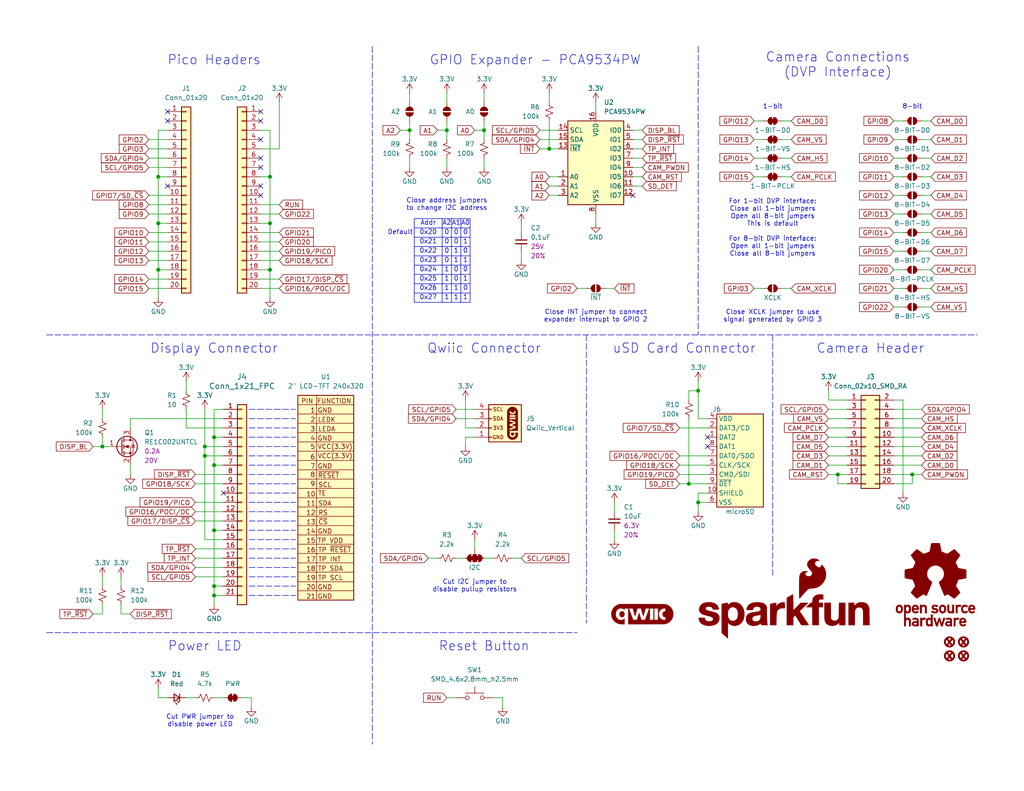
<source format=kicad_sch>
(kicad_sch (version 20231120) (generator "eeschema") (generator_version "8.0")
  (paper "USLetter")
  (title_block (title "SparkFun Pico Touch Display") (date "2025-05-07") (rev "v10") (company "SparkFun Electronics") (comment 1 "Designed by: Dryw Wade"))
  (junction (at 248.92 129.54))
  (junction (at 149.86 40.64))
  (junction (at 73.66 48.26))
  (junction (at 58.42 162.56))
  (junction (at 190.5 137.16))
  (junction (at 73.66 73.66))
  (junction (at 190.5 106.68))
  (junction (at 27.94 121.92))
  (junction (at 55.88 121.92))
  (junction (at 58.42 160.02))
  (junction (at 55.88 124.46))
  (junction (at 43.18 48.26))
  (junction (at 228.6 129.54))
  (junction (at 121.92 35.56))
  (junction (at 43.18 73.66))
  (junction (at 187.96 132.08))
  (junction (at 132.08 35.56))
  (junction (at 58.42 119.38))
  (junction (at 58.42 144.78))
  (junction (at 43.18 60.96))
  (junction (at 58.42 127))
  (junction (at 73.66 60.96))
  (junction (at 111.76 35.56))
  (no_connect (at 193.04 119.38))
  (no_connect (at 60.96 134.62))
  (no_connect (at 71.12 53.34))
  (no_connect (at 172.72 53.34))
  (no_connect (at 45.72 30.48))
  (no_connect (at 71.12 43.18))
  (no_connect (at 71.12 50.8))
  (no_connect (at 71.12 33.02))
  (no_connect (at 45.72 33.02))
  (no_connect (at 71.12 30.48))
  (no_connect (at 71.12 45.72))
  (no_connect (at 193.04 121.92))
  (no_connect (at 45.72 50.8))
  (no_connect (at 71.12 38.1))
  (wire (pts (xy 243.84 129.54) (xy 248.92 129.54)))
  (wire (pts (xy 35.56 114.3) (xy 60.96 114.3)))
  (wire (pts (xy 142.24 152.4) (xy 139.7 152.4)))
  (polyline (pts (xy 125.73 59.69) (xy 125.73 82.55)))
  (wire (pts (xy 55.88 121.92) (xy 55.88 111.76)))
  (wire (pts (xy 33.02 165.1) (xy 33.02 167.64)))
  (wire (pts (xy 71.12 48.26) (xy 73.66 48.26)))
  (wire (pts (xy 27.94 157.48) (xy 27.94 160.02)))
  (polyline (pts (xy 113.03 64.77) (xy 128.27 64.77)))
  (wire (pts (xy 167.64 137.16) (xy 167.64 139.7)))
  (wire (pts (xy 35.56 129.54) (xy 35.56 127)))
  (wire (pts (xy 127 119.38) (xy 127 121.92)))
  (polyline (pts (xy 160.02 91.44) (xy 160.02 170.18)) (stroke (width 0) (type dash)))
  (polyline (pts (xy 113.03 72.39) (xy 128.27 72.39)))
  (wire (pts (xy 76.2 68.58) (xy 71.12 68.58)))
  (wire (pts (xy 175.26 50.8) (xy 172.72 50.8)))
  (wire (pts (xy 175.26 40.64) (xy 172.72 40.64)))
  (wire (pts (xy 215.9 43.18) (xy 213.36 43.18)))
  (wire (pts (xy 33.02 167.64) (xy 35.56 167.64)))
  (wire (pts (xy 226.06 116.84) (xy 231.14 116.84)))
  (wire (pts (xy 243.84 111.76) (xy 251.46 111.76)))
  (wire (pts (xy 58.42 144.78) (xy 60.96 144.78)))
  (wire (pts (xy 243.84 116.84) (xy 251.46 116.84)))
  (wire (pts (xy 132.08 33.02) (xy 132.08 35.56)))
  (wire (pts (xy 251.46 63.5) (xy 254 63.5)))
  (wire (pts (xy 190.5 114.3) (xy 190.5 106.68)))
  (wire (pts (xy 43.18 48.26) (xy 43.18 60.96)))
  (wire (pts (xy 149.86 50.8) (xy 152.4 50.8)))
  (wire (pts (xy 147.32 35.56) (xy 152.4 35.56)))
  (wire (pts (xy 162.56 60.96) (xy 162.56 58.42)))
  (wire (pts (xy 246.38 109.22) (xy 246.38 134.62)))
  (wire (pts (xy 76.2 71.12) (xy 71.12 71.12)))
  (wire (pts (xy 40.64 38.1) (xy 45.72 38.1)))
  (wire (pts (xy 226.06 129.54) (xy 228.6 129.54)))
  (wire (pts (xy 66.04 190.5) (xy 68.58 190.5)))
  (polyline (pts (xy 12.7 172.72) (xy 157.48 172.72)) (stroke (width 0) (type dash)))
  (polyline (pts (xy 113.03 77.47) (xy 128.27 77.47)))
  (wire (pts (xy 76.2 76.2) (xy 71.12 76.2)))
  (wire (pts (xy 142.24 71.12) (xy 142.24 68.58)))
  (wire (pts (xy 40.64 66.04) (xy 45.72 66.04)))
  (wire (pts (xy 68.58 190.5) (xy 68.58 193.04)))
  (wire (pts (xy 30.48 121.92) (xy 27.94 121.92)))
  (wire (pts (xy 226.06 114.3) (xy 231.14 114.3)))
  (wire (pts (xy 25.4 121.92) (xy 27.94 121.92)))
  (wire (pts (xy 76.2 58.42) (xy 71.12 58.42)))
  (wire (pts (xy 109.22 35.56) (xy 111.76 35.56)))
  (wire (pts (xy 226.06 127) (xy 231.14 127)))
  (wire (pts (xy 149.86 40.64) (xy 149.86 33.02)))
  (wire (pts (xy 226.06 121.92) (xy 231.14 121.92)))
  (wire (pts (xy 40.64 78.74) (xy 45.72 78.74)))
  (wire (pts (xy 215.9 38.1) (xy 213.36 38.1)))
  (wire (pts (xy 71.12 40.64) (xy 76.2 40.64)))
  (polyline (pts (xy 113.03 59.69) (xy 113.03 82.55)))
  (wire (pts (xy 76.2 66.04) (xy 71.12 66.04)))
  (wire (pts (xy 116.84 152.4) (xy 119.38 152.4)))
  (wire (pts (xy 58.42 162.56) (xy 58.42 165.1)))
  (wire (pts (xy 132.08 35.56) (xy 132.08 38.1)))
  (wire (pts (xy 132.08 25.4) (xy 132.08 27.94)))
  (polyline (pts (xy 67.945 142.24) (xy 80.645 142.24)) (stroke (width 0) (type dash)))
  (polyline (pts (xy 67.945 129.54) (xy 80.645 129.54)) (stroke (width 0) (type dash)))
  (polyline (pts (xy 67.945 132.08) (xy 80.645 132.08)) (stroke (width 0) (type dash)))
  (wire (pts (xy 149.86 53.34) (xy 152.4 53.34)))
  (wire (pts (xy 76.2 78.74) (xy 71.12 78.74)))
  (wire (pts (xy 33.02 157.48) (xy 33.02 160.02)))
  (wire (pts (xy 132.08 43.18) (xy 132.08 45.72)))
  (wire (pts (xy 45.72 60.96) (xy 43.18 60.96)))
  (wire (pts (xy 111.76 43.18) (xy 111.76 45.72)))
  (wire (pts (xy 43.18 190.5) (xy 43.18 187.96)))
  (wire (pts (xy 129.54 119.38) (xy 127 119.38)))
  (wire (pts (xy 129.54 35.56) (xy 132.08 35.56)))
  (wire (pts (xy 149.86 25.4) (xy 149.86 27.94)))
  (wire (pts (xy 251.46 58.42) (xy 254 58.42)))
  (wire (pts (xy 58.42 127) (xy 60.96 127)))
  (wire (pts (xy 40.64 76.2) (xy 45.72 76.2)))
  (wire (pts (xy 193.04 137.16) (xy 190.5 137.16)))
  (polyline (pts (xy 67.945 160.02) (xy 80.645 160.02)) (stroke (width 0) (type dash)))
  (wire (pts (xy 243.84 73.66) (xy 246.38 73.66)))
  (wire (pts (xy 129.54 147.32) (xy 129.54 149.86)))
  (wire (pts (xy 190.5 134.62) (xy 190.5 137.16)))
  (wire (pts (xy 167.64 78.74) (xy 165.1 78.74)))
  (wire (pts (xy 243.84 43.18) (xy 246.38 43.18)))
  (wire (pts (xy 73.66 48.26) (xy 73.66 60.96)))
  (wire (pts (xy 71.12 73.66) (xy 73.66 73.66)))
  (polyline (pts (xy 101.6 12.7) (xy 101.6 203.2)) (stroke (width 0) (type dash)))
  (polyline (pts (xy 67.945 121.92) (xy 80.645 121.92)) (stroke (width 0) (type dash)))
  (wire (pts (xy 111.76 33.02) (xy 111.76 35.56)))
  (wire (pts (xy 254 83.82) (xy 251.46 83.82)))
  (wire (pts (xy 27.94 111.76) (xy 27.94 114.3)))
  (polyline (pts (xy 67.945 119.38) (xy 80.645 119.38)) (stroke (width 0) (type dash)))
  (polyline (pts (xy 113.03 74.93) (xy 128.27 74.93)))
  (wire (pts (xy 40.64 43.18) (xy 45.72 43.18)))
  (wire (pts (xy 53.34 149.86) (xy 60.96 149.86)))
  (wire (pts (xy 243.84 119.38) (xy 251.46 119.38)))
  (wire (pts (xy 187.96 132.08) (xy 193.04 132.08)))
  (wire (pts (xy 185.42 127) (xy 193.04 127)))
  (polyline (pts (xy 123.19 59.69) (xy 123.19 82.55)))
  (wire (pts (xy 228.6 132.08) (xy 231.14 132.08)))
  (wire (pts (xy 73.66 35.56) (xy 73.66 48.26)))
  (polyline (pts (xy 67.945 124.46) (xy 80.645 124.46)) (stroke (width 0) (type dash)))
  (wire (pts (xy 185.42 116.84) (xy 193.04 116.84)))
  (wire (pts (xy 50.8 104.14) (xy 50.8 106.68)))
  (wire (pts (xy 76.2 63.5) (xy 71.12 63.5)))
  (wire (pts (xy 243.84 127) (xy 251.46 127)))
  (wire (pts (xy 58.42 119.38) (xy 60.96 119.38)))
  (polyline (pts (xy 113.03 62.23) (xy 128.27 62.23)))
  (wire (pts (xy 228.6 129.54) (xy 228.6 132.08)))
  (wire (pts (xy 243.84 121.92) (xy 251.46 121.92)))
  (wire (pts (xy 60.96 147.32) (xy 55.88 147.32)))
  (polyline (pts (xy 67.945 157.48) (xy 80.645 157.48)) (stroke (width 0) (type dash)))
  (wire (pts (xy 243.84 78.74) (xy 246.38 78.74)))
  (wire (pts (xy 248.92 129.54) (xy 248.92 132.08)))
  (wire (pts (xy 55.88 124.46) (xy 55.88 121.92)))
  (wire (pts (xy 190.5 137.16) (xy 190.5 139.7)))
  (wire (pts (xy 243.84 58.42) (xy 246.38 58.42)))
  (wire (pts (xy 40.64 68.58) (xy 45.72 68.58)))
  (polyline (pts (xy 67.945 137.16) (xy 80.645 137.16)) (stroke (width 0) (type dash)))
  (wire (pts (xy 35.56 114.3) (xy 35.56 116.84)))
  (wire (pts (xy 124.46 152.4) (xy 127 152.4)))
  (wire (pts (xy 243.84 132.08) (xy 248.92 132.08)))
  (wire (pts (xy 119.38 35.56) (xy 121.92 35.56)))
  (wire (pts (xy 124.46 114.3) (xy 129.54 114.3)))
  (wire (pts (xy 121.92 43.18) (xy 121.92 45.72)))
  (wire (pts (xy 55.88 147.32) (xy 55.88 124.46)))
  (wire (pts (xy 43.18 35.56) (xy 43.18 48.26)))
  (wire (pts (xy 226.06 119.38) (xy 231.14 119.38)))
  (wire (pts (xy 243.84 33.02) (xy 246.38 33.02)))
  (polyline (pts (xy 67.945 147.32) (xy 80.645 147.32)) (stroke (width 0) (type dash)))
  (wire (pts (xy 205.74 38.1) (xy 208.28 38.1)))
  (polyline (pts (xy 113.03 82.55) (xy 128.27 82.55)))
  (wire (pts (xy 45.72 73.66) (xy 43.18 73.66)))
  (wire (pts (xy 58.42 162.56) (xy 60.96 162.56)))
  (wire (pts (xy 121.92 33.02) (xy 121.92 35.56)))
  (wire (pts (xy 27.94 167.64) (xy 25.4 167.64)))
  (wire (pts (xy 251.46 53.34) (xy 254 53.34)))
  (wire (pts (xy 254 48.26) (xy 251.46 48.26)))
  (wire (pts (xy 111.76 35.56) (xy 111.76 38.1)))
  (wire (pts (xy 187.96 106.68) (xy 187.96 109.22)))
  (wire (pts (xy 243.84 83.82) (xy 246.38 83.82)))
  (wire (pts (xy 147.32 38.1) (xy 152.4 38.1)))
  (polyline (pts (xy 113.03 80.01) (xy 128.27 80.01)))
  (polyline (pts (xy 128.27 82.55) (xy 128.27 59.69)))
  (wire (pts (xy 157.48 78.74) (xy 160.02 78.74)))
  (wire (pts (xy 121.92 190.5) (xy 124.46 190.5)))
  (wire (pts (xy 111.76 25.4) (xy 111.76 27.94)))
  (wire (pts (xy 124.46 111.76) (xy 129.54 111.76)))
  (wire (pts (xy 53.34 154.94) (xy 60.96 154.94)))
  (wire (pts (xy 43.18 60.96) (xy 43.18 73.66)))
  (wire (pts (xy 251.46 68.58) (xy 254 68.58)))
  (wire (pts (xy 134.62 190.5) (xy 137.16 190.5)))
  (wire (pts (xy 152.4 40.64) (xy 149.86 40.64)))
  (wire (pts (xy 58.42 127) (xy 58.42 144.78)))
  (wire (pts (xy 53.34 137.16) (xy 60.96 137.16)))
  (wire (pts (xy 53.34 139.7) (xy 60.96 139.7)))
  (wire (pts (xy 175.26 48.26) (xy 172.72 48.26)))
  (wire (pts (xy 205.74 33.02) (xy 208.28 33.02)))
  (wire (pts (xy 27.94 165.1) (xy 27.94 167.64)))
  (wire (pts (xy 243.84 114.3) (xy 251.46 114.3)))
  (wire (pts (xy 226.06 124.46) (xy 231.14 124.46)))
  (polyline (pts (xy 67.945 149.86) (xy 80.645 149.86)) (stroke (width 0) (type dash)))
  (wire (pts (xy 71.12 60.96) (xy 73.66 60.96)))
  (wire (pts (xy 27.94 121.92) (xy 27.94 119.38)))
  (wire (pts (xy 53.34 152.4) (xy 60.96 152.4)))
  (wire (pts (xy 254 78.74) (xy 251.46 78.74)))
  (wire (pts (xy 73.66 60.96) (xy 73.66 73.66)))
  (wire (pts (xy 205.74 43.18) (xy 208.28 43.18)))
  (wire (pts (xy 132.08 152.4) (xy 134.62 152.4)))
  (wire (pts (xy 175.26 43.18) (xy 172.72 43.18)))
  (polyline (pts (xy 67.945 139.7) (xy 80.645 139.7)) (stroke (width 0) (type dash)))
  (wire (pts (xy 243.84 38.1) (xy 246.38 38.1)))
  (polyline (pts (xy 67.945 114.3) (xy 80.645 114.3)) (stroke (width 0) (type dash)))
  (polyline (pts (xy 113.03 67.31) (xy 128.27 67.31)))
  (polyline (pts (xy 113.03 69.85) (xy 128.27 69.85)))
  (wire (pts (xy 205.74 78.74) (xy 208.28 78.74)))
  (wire (pts (xy 53.34 142.24) (xy 60.96 142.24)))
  (wire (pts (xy 76.2 55.88) (xy 71.12 55.88)))
  (wire (pts (xy 231.14 109.22) (xy 226.06 109.22)))
  (wire (pts (xy 142.24 60.96) (xy 142.24 63.5)))
  (wire (pts (xy 243.84 124.46) (xy 251.46 124.46)))
  (wire (pts (xy 185.42 132.08) (xy 187.96 132.08)))
  (wire (pts (xy 248.92 129.54) (xy 251.46 129.54)))
  (wire (pts (xy 73.66 73.66) (xy 73.66 81.28)))
  (wire (pts (xy 40.64 55.88) (xy 45.72 55.88)))
  (wire (pts (xy 243.84 63.5) (xy 246.38 63.5)))
  (wire (pts (xy 215.9 33.02) (xy 213.36 33.02)))
  (wire (pts (xy 254 33.02) (xy 251.46 33.02)))
  (polyline (pts (xy 128.27 59.69) (xy 113.03 59.69)))
  (polyline (pts (xy 67.945 127) (xy 80.645 127)) (stroke (width 0) (type dash)))
  (wire (pts (xy 190.5 106.68) (xy 190.5 104.14)))
  (wire (pts (xy 55.88 121.92) (xy 60.96 121.92)))
  (wire (pts (xy 53.34 129.54) (xy 60.96 129.54)))
  (wire (pts (xy 228.6 129.54) (xy 231.14 129.54)))
  (wire (pts (xy 50.8 190.5) (xy 53.34 190.5)))
  (wire (pts (xy 58.42 111.76) (xy 58.42 119.38)))
  (wire (pts (xy 137.16 190.5) (xy 137.16 193.04)))
  (wire (pts (xy 40.64 40.64) (xy 45.72 40.64)))
  (wire (pts (xy 215.9 48.26) (xy 213.36 48.26)))
  (wire (pts (xy 243.84 109.22) (xy 246.38 109.22)))
  (wire (pts (xy 40.64 58.42) (xy 45.72 58.42)))
  (wire (pts (xy 254 38.1) (xy 251.46 38.1)))
  (wire (pts (xy 162.56 27.94) (xy 162.56 30.48)))
  (wire (pts (xy 58.42 160.02) (xy 58.42 162.56)))
  (wire (pts (xy 55.88 124.46) (xy 60.96 124.46)))
  (wire (pts (xy 50.8 116.84) (xy 50.8 111.76)))
  (polyline (pts (xy 12.7 91.44) (xy 266.7 91.44)) (stroke (width 0) (type dash)))
  (wire (pts (xy 187.96 106.68) (xy 190.5 106.68)))
  (wire (pts (xy 45.72 190.5) (xy 43.18 190.5)))
  (polyline (pts (xy 67.945 134.62) (xy 80.645 134.62)) (stroke (width 0) (type dash)))
  (wire (pts (xy 127 116.84) (xy 127 109.22)))
  (wire (pts (xy 40.64 53.34) (xy 45.72 53.34)))
  (wire (pts (xy 226.06 109.22) (xy 226.06 106.68)))
  (wire (pts (xy 205.74 48.26) (xy 208.28 48.26)))
  (wire (pts (xy 175.26 38.1) (xy 172.72 38.1)))
  (wire (pts (xy 226.06 111.76) (xy 231.14 111.76)))
  (wire (pts (xy 76.2 40.64) (xy 76.2 27.94)))
  (polyline (pts (xy 67.945 111.76) (xy 80.645 111.76)) (stroke (width 0) (type dash)))
  (wire (pts (xy 45.72 48.26) (xy 43.18 48.26)))
  (wire (pts (xy 185.42 129.54) (xy 193.04 129.54)))
  (wire (pts (xy 243.84 53.34) (xy 246.38 53.34)))
  (wire (pts (xy 215.9 78.74) (xy 213.36 78.74)))
  (polyline (pts (xy 210.82 91.44) (xy 210.82 157.48)) (stroke (width 0) (type dash)))
  (wire (pts (xy 193.04 134.62) (xy 190.5 134.62)))
  (polyline (pts (xy 67.945 144.78) (xy 80.645 144.78)) (stroke (width 0) (type dash)))
  (wire (pts (xy 60.96 111.76) (xy 58.42 111.76)))
  (wire (pts (xy 243.84 48.26) (xy 246.38 48.26)))
  (wire (pts (xy 40.64 63.5) (xy 45.72 63.5)))
  (wire (pts (xy 147.32 40.64) (xy 149.86 40.64)))
  (wire (pts (xy 71.12 35.56) (xy 73.66 35.56)))
  (wire (pts (xy 185.42 124.46) (xy 193.04 124.46)))
  (wire (pts (xy 175.26 45.72) (xy 172.72 45.72)))
  (wire (pts (xy 50.8 116.84) (xy 60.96 116.84)))
  (wire (pts (xy 43.18 73.66) (xy 43.18 81.28)))
  (wire (pts (xy 175.26 35.56) (xy 172.72 35.56)))
  (wire (pts (xy 193.04 114.3) (xy 190.5 114.3)))
  (wire (pts (xy 254 73.66) (xy 251.46 73.66)))
  (polyline (pts (xy 120.65 59.69) (xy 120.65 82.55)))
  (polyline (pts (xy 190.5 12.7) (xy 190.5 91.44)) (stroke (width 0) (type dash)))
  (wire (pts (xy 40.64 71.12) (xy 45.72 71.12)))
  (polyline (pts (xy 67.945 116.84) (xy 80.645 116.84)) (stroke (width 0) (type dash)))
  (wire (pts (xy 58.42 190.5) (xy 60.96 190.5)))
  (wire (pts (xy 243.84 68.58) (xy 246.38 68.58)))
  (wire (pts (xy 40.64 45.72) (xy 45.72 45.72)))
  (wire (pts (xy 149.86 48.26) (xy 152.4 48.26)))
  (wire (pts (xy 58.42 119.38) (xy 58.42 127)))
  (polyline (pts (xy 67.945 154.94) (xy 80.645 154.94)) (stroke (width 0) (type dash)))
  (wire (pts (xy 121.92 25.4) (xy 121.92 27.94)))
  (wire (pts (xy 58.42 144.78) (xy 58.42 160.02)))
  (wire (pts (xy 58.42 160.02) (xy 60.96 160.02)))
  (wire (pts (xy 121.92 35.56) (xy 121.92 38.1)))
  (wire (pts (xy 254 43.18) (xy 251.46 43.18)))
  (wire (pts (xy 167.64 144.78) (xy 167.64 147.32)))
  (wire (pts (xy 129.54 116.84) (xy 127 116.84)))
  (wire (pts (xy 53.34 132.08) (xy 60.96 132.08)))
  (wire (pts (xy 187.96 114.3) (xy 187.96 132.08)))
  (wire (pts (xy 53.34 157.48) (xy 60.96 157.48)))
  (polyline (pts (xy 67.945 152.4) (xy 80.645 152.4)) (stroke (width 0) (type dash)))
  (wire (pts (xy 45.72 35.56) (xy 43.18 35.56)))
  (polyline (pts (xy 67.945 162.56) (xy 80.645 162.56)) (stroke (width 0) (type dash)))
  (text "1-bit" (at 210.82 29.21 0) (effects (font (size 1.27 1.27))))
  (text "0" (at 121.92 71.12 0) (effects (font (size 1.27 1.27))))
  (text "0x20" (at 116.84 63.5 0) (effects (font (size 1.27 1.27))))
  (text "8-bit" (at 248.92 29.21 0) (effects (font (size 1.27 1.27))))
  (text "1" (at 127 66.04 0) (effects (font (size 1.27 1.27))))
  (text "A0" (at 127 60.96 0) (effects (font (size 1.27 1.27))))
  (text "Cut PWR jumper to\ndisable power LED" (at 54.61 196.85 0) (effects (font (size 1.27 1.27))))
  (text "1" (at 124.46 68.58 0) (effects (font (size 1.27 1.27))))
  (text "0x22" (at 116.84 68.58 0) (effects (font (size 1.27 1.27))))
  (text "0x27" (at 116.84 81.28 0) (effects (font (size 1.27 1.27))))
  (text "1" (at 127 71.12 0) (effects (font (size 1.27 1.27))))
  (text "0x24" (at 116.84 73.66 0) (effects (font (size 1.27 1.27))))
  (text "0" (at 121.92 68.58 0) (effects (font (size 1.27 1.27))))
  (text "GPIO Expander - PCA9534PW" (at 146.05 16.51 0) (effects (font (size 2.54 2.54))))
  (text "0" (at 124.46 63.5 0) (effects (font (size 1.27 1.27))))
  (text "Camera Connections\n(DVP Interface)" (at 228.6 17.78 0) (effects (font (size 2.54 2.54))))
  (text "1" (at 124.46 71.12 0) (effects (font (size 1.27 1.27))))
  (text "Close address jumpers\nto change I2C address" (at 121.92 55.88 0) (effects (font (size 1.27 1.27))))
  (text "1" (at 121.92 76.2 0) (effects (font (size 1.27 1.27))))
  (text "Default" (at 109.22 63.5 0) (effects (font (size 1.27 1.27))))
  (text "1" (at 121.92 73.66 0) (effects (font (size 1.27 1.27))))
  (text "0" (at 124.46 73.66 0) (effects (font (size 1.27 1.27))))
  (text "Addr" (at 116.84 60.96 0) (effects (font (size 1.27 1.27))))
  (text "Qwiic Connector" (at 132.08 95.25 0) (effects (font (size 2.54 2.54))))
  (text "Cut I2C jumper to\ndisable pullup resistors" (at 129.54 160.02 0) (effects (font (size 1.27 1.27))))
  (text "Pico Headers" (at 58.42 16.51 0) (effects (font (size 2.54 2.54))))
  (text "0" (at 121.92 63.5 0) (effects (font (size 1.27 1.27))))
  (text "Camera Header" (at 237.49 95.25 0) (effects (font (size 2.54 2.54))))
  (text "0x26" (at 116.84 78.74 0) (effects (font (size 1.27 1.27))))
  (text "For 1-bit DVP interface:\nClose all 1-bit jumpers\nOpen all 8-bit jumpers\nThis is default\n\nFor 8-bit DVP interface:\nOpen all 1-bit jumpers\nClose all 8-bit jumpers" (at 210.82 62.23 0) (effects (font (size 1.27 1.27))))
  (text "0" (at 121.92 66.04 0) (effects (font (size 1.27 1.27))))
  (text "1" (at 124.46 81.28 0) (effects (font (size 1.27 1.27))))
  (text "0" (at 124.46 66.04 0) (effects (font (size 1.27 1.27))))
  (text "A2" (at 121.92 60.96 0) (effects (font (size 1.27 1.27))))
  (text "0x23" (at 116.84 71.12 0) (effects (font (size 1.27 1.27))))
  (text "1" (at 121.92 81.28 0) (effects (font (size 1.27 1.27))))
  (text "1" (at 127 76.2 0) (effects (font (size 1.27 1.27))))
  (text "0" (at 127 68.58 0) (effects (font (size 1.27 1.27))))
  (text "A1" (at 124.46 60.96 0) (effects (font (size 1.27 1.27))))
  (text "0" (at 127 78.74 0) (effects (font (size 1.27 1.27))))
  (text "1" (at 121.92 78.74 0) (effects (font (size 1.27 1.27))))
  (text "0" (at 127 63.5 0) (effects (font (size 1.27 1.27))))
  (text "1" (at 124.46 78.74 0) (effects (font (size 1.27 1.27))))
  (text "0" (at 124.46 76.2 0) (effects (font (size 1.27 1.27))))
  (text "Display Connector" (at 58.42 95.25 0) (effects (font (size 2.54 2.54))))
  (text "Close XCLK jumper to use\nsignal generated by GPIO 3" (at 210.82 86.36 0) (effects (font (size 1.27 1.27))))
  (text "0x21" (at 116.84 66.04 0) (effects (font (size 1.27 1.27))))
  (text "1" (at 127 81.28 0) (effects (font (size 1.27 1.27))))
  (text "0" (at 127 73.66 0) (effects (font (size 1.27 1.27))))
  (text "uSD Card Connector" (at 186.69 95.25 0) (effects (font (size 2.54 2.54))))
  (text "0x25" (at 116.84 76.2 0) (effects (font (size 1.27 1.27))))
  (text "Power LED" (at 55.88 176.53 0) (effects (font (size 2.54 2.54))))
  (text "Reset Button" (at 132.08 176.53 0) (effects (font (size 2.54 2.54))))
  (text "Close INT jumper to connect\nexpander interrupt to GPIO 2" (at 162.56 86.36 0) (effects (font (size 1.27 1.27))))
  (global_label "GPIO19{slash}PICO" (shape input) (at 53.34 137.16 180) (property "Intersheetrefs" "${INTERSHEET_REFS}" (effects (hide yes))))
  (global_label "GPIO16{slash}POCI{slash}DC" (shape input) (at 76.2 78.74 0) (property "Intersheetrefs" "${INTERSHEET_REFS}" (effects (hide yes))))
  (global_label "GPIO17{slash}DISP_~{CS}" (shape input) (at 76.2 76.2 0) (property "Intersheetrefs" "${INTERSHEET_REFS}" (effects (hide yes))))
  (global_label "CAM_HS" (shape input) (at 215.9 43.18 0) (property "Intersheetrefs" "${INTERSHEET_REFS}" (effects (hide yes))))
  (global_label "SDA{slash}GPIO4" (shape input) (at 53.34 154.94 180) (property "Intersheetrefs" "${INTERSHEET_REFS}" (effects (hide yes))))
  (global_label "SCL{slash}GPIO5" (shape input) (at 147.32 35.56 180) (property "Intersheetrefs" "${INTERSHEET_REFS}" (effects (hide yes))))
  (global_label "A0" (shape input) (at 129.54 35.56 180) (property "Intersheetrefs" "${INTERSHEET_REFS}" (effects (hide yes))))
  (global_label "CAM_D6" (shape input) (at 254 63.5 0) (property "Intersheetrefs" "${INTERSHEET_REFS}" (effects (hide yes))))
  (global_label "SCL{slash}GPIO5" (shape input) (at 124.46 111.76 180) (property "Intersheetrefs" "${INTERSHEET_REFS}" (effects (hide yes))))
  (global_label "CAM_HS" (shape input) (at 251.46 114.3 0) (property "Intersheetrefs" "${INTERSHEET_REFS}" (effects (hide yes))))
  (global_label "~{INT}" (shape input) (at 167.64 78.74 0) (property "Intersheetrefs" "${INTERSHEET_REFS}" (effects (hide yes))))
  (global_label "CAM_VS" (shape input) (at 254 83.82 0) (property "Intersheetrefs" "${INTERSHEET_REFS}" (effects (hide yes))))
  (global_label "GPIO11" (shape input) (at 243.84 48.26 180) (property "Intersheetrefs" "${INTERSHEET_REFS}" (effects (hide yes))))
  (global_label "GPIO19{slash}PICO" (shape input) (at 76.2 68.58 0) (property "Intersheetrefs" "${INTERSHEET_REFS}" (effects (hide yes))))
  (global_label "CAM_D3" (shape input) (at 226.06 124.46 180) (property "Intersheetrefs" "${INTERSHEET_REFS}" (effects (hide yes))))
  (global_label "CAM_D0" (shape input) (at 254 33.02 0) (property "Intersheetrefs" "${INTERSHEET_REFS}" (effects (hide yes))))
  (global_label "CAM_XCLK" (shape input) (at 251.46 116.84 0) (property "Intersheetrefs" "${INTERSHEET_REFS}" (effects (hide yes))))
  (global_label "DISP_~{RST}" (shape input) (at 35.56 167.64 0) (property "Intersheetrefs" "${INTERSHEET_REFS}" (effects (hide yes))))
  (global_label "GPIO8" (shape input) (at 40.64 55.88 180) (property "Intersheetrefs" "${INTERSHEET_REFS}" (effects (hide yes))))
  (global_label "GPIO11" (shape input) (at 40.64 66.04 180) (property "Intersheetrefs" "${INTERSHEET_REFS}" (effects (hide yes))))
  (global_label "GPIO13" (shape input) (at 243.84 58.42 180) (property "Intersheetrefs" "${INTERSHEET_REFS}" (effects (hide yes))))
  (global_label "A2" (shape input) (at 149.86 53.34 180) (property "Intersheetrefs" "${INTERSHEET_REFS}" (effects (hide yes))))
  (global_label "GPIO21" (shape input) (at 243.84 78.74 180) (property "Intersheetrefs" "${INTERSHEET_REFS}" (effects (hide yes))))
  (global_label "CAM_PCLK" (shape input) (at 226.06 116.84 180) (property "Intersheetrefs" "${INTERSHEET_REFS}" (effects (hide yes))))
  (global_label "CAM_PWDN" (shape input) (at 251.46 129.54 0) (property "Intersheetrefs" "${INTERSHEET_REFS}" (effects (hide yes))))
  (global_label "RUN" (shape input) (at 121.92 190.5 180) (property "Intersheetrefs" "${INTERSHEET_REFS}" (effects (hide yes))))
  (global_label "CAM_RST" (shape input) (at 175.26 48.26 0) (property "Intersheetrefs" "${INTERSHEET_REFS}" (effects (hide yes))))
  (global_label "CAM_D6" (shape input) (at 251.46 119.38 0) (property "Intersheetrefs" "${INTERSHEET_REFS}" (effects (hide yes))))
  (global_label "CAM_D1" (shape input) (at 254 38.1 0) (property "Intersheetrefs" "${INTERSHEET_REFS}" (effects (hide yes))))
  (global_label "GPIO20" (shape input) (at 76.2 66.04 0) (property "Intersheetrefs" "${INTERSHEET_REFS}" (effects (hide yes))))
  (global_label "GPIO12" (shape input) (at 243.84 53.34 180) (property "Intersheetrefs" "${INTERSHEET_REFS}" (effects (hide yes))))
  (global_label "GPIO14" (shape input) (at 205.74 43.18 180) (property "Intersheetrefs" "${INTERSHEET_REFS}" (effects (hide yes))))
  (global_label "SCL{slash}GPIO5" (shape input) (at 40.64 45.72 180) (property "Intersheetrefs" "${INTERSHEET_REFS}" (effects (hide yes))))
  (global_label "GPIO14" (shape input) (at 40.64 76.2 180) (property "Intersheetrefs" "${INTERSHEET_REFS}" (effects (hide yes))))
  (global_label "GPIO16{slash}POCI{slash}DC" (shape input) (at 53.34 139.7 180) (property "Intersheetrefs" "${INTERSHEET_REFS}" (effects (hide yes))))
  (global_label "CAM_PWDN" (shape input) (at 175.26 45.72 0) (property "Intersheetrefs" "${INTERSHEET_REFS}" (effects (hide yes))))
  (global_label "GPIO18{slash}SCK" (shape input) (at 53.34 132.08 180) (property "Intersheetrefs" "${INTERSHEET_REFS}" (effects (hide yes))))
  (global_label "CAM_D7" (shape input) (at 226.06 119.38 180) (property "Intersheetrefs" "${INTERSHEET_REFS}" (effects (hide yes))))
  (global_label "GPIO10" (shape input) (at 243.84 43.18 180) (property "Intersheetrefs" "${INTERSHEET_REFS}" (effects (hide yes))))
  (global_label "GPIO3" (shape input) (at 205.74 78.74 180) (property "Intersheetrefs" "${INTERSHEET_REFS}" (effects (hide yes))))
  (global_label "CAM_D0" (shape input) (at 215.9 33.02 0) (property "Intersheetrefs" "${INTERSHEET_REFS}" (effects (hide yes))))
  (global_label "CAM_RST" (shape input) (at 226.06 129.54 180) (property "Intersheetrefs" "${INTERSHEET_REFS}" (effects (hide yes))))
  (global_label "GPIO18{slash}SCK" (shape input) (at 185.42 127 180) (property "Intersheetrefs" "${INTERSHEET_REFS}" (effects (hide yes))))
  (global_label "SCL{slash}GPIO5" (shape input) (at 226.06 111.76 180) (property "Intersheetrefs" "${INTERSHEET_REFS}" (effects (hide yes))))
  (global_label "A1" (shape input) (at 119.38 35.56 180) (property "Intersheetrefs" "${INTERSHEET_REFS}" (effects (hide yes))))
  (global_label "CAM_D3" (shape input) (at 254 48.26 0) (property "Intersheetrefs" "${INTERSHEET_REFS}" (effects (hide yes))))
  (global_label "CAM_D7" (shape input) (at 254 68.58 0) (property "Intersheetrefs" "${INTERSHEET_REFS}" (effects (hide yes))))
  (global_label "CAM_D2" (shape input) (at 254 43.18 0) (property "Intersheetrefs" "${INTERSHEET_REFS}" (effects (hide yes))))
  (global_label "TP_INT" (shape input) (at 53.34 152.4 180) (property "Intersheetrefs" "${INTERSHEET_REFS}" (effects (hide yes))))
  (global_label "DISP_~{RST}" (shape input) (at 53.34 129.54 180) (property "Intersheetrefs" "${INTERSHEET_REFS}" (effects (hide yes))))
  (global_label "CAM_VS" (shape input) (at 226.06 114.3 180) (property "Intersheetrefs" "${INTERSHEET_REFS}" (effects (hide yes))))
  (global_label "A0" (shape input) (at 149.86 48.26 180) (property "Intersheetrefs" "${INTERSHEET_REFS}" (effects (hide yes))))
  (global_label "GPIO9" (shape input) (at 243.84 38.1 180) (property "Intersheetrefs" "${INTERSHEET_REFS}" (effects (hide yes))))
  (global_label "SD_DET" (shape input) (at 175.26 50.8 0) (property "Intersheetrefs" "${INTERSHEET_REFS}" (effects (hide yes))))
  (global_label "RUN" (shape input) (at 76.2 55.88 0) (property "Intersheetrefs" "${INTERSHEET_REFS}" (effects (hide yes))))
  (global_label "CAM_D4" (shape input) (at 251.46 121.92 0) (property "Intersheetrefs" "${INTERSHEET_REFS}" (effects (hide yes))))
  (global_label "GPIO7{slash}SD_~{CS}" (shape input) (at 40.64 53.34 180) (property "Intersheetrefs" "${INTERSHEET_REFS}" (effects (hide yes))))
  (global_label "CAM_PCLK" (shape input) (at 215.9 48.26 0) (property "Intersheetrefs" "${INTERSHEET_REFS}" (effects (hide yes))))
  (global_label "GPIO14" (shape input) (at 243.84 63.5 180) (property "Intersheetrefs" "${INTERSHEET_REFS}" (effects (hide yes))))
  (global_label "CAM_XCLK" (shape input) (at 215.9 78.74 0) (property "Intersheetrefs" "${INTERSHEET_REFS}" (effects (hide yes))))
  (global_label "GPIO13" (shape input) (at 205.74 38.1 180) (property "Intersheetrefs" "${INTERSHEET_REFS}" (effects (hide yes))))
  (global_label "TP_~{RST}" (shape input) (at 175.26 43.18 0) (property "Intersheetrefs" "${INTERSHEET_REFS}" (effects (hide yes))))
  (global_label "GPIO17{slash}DISP_~{CS}" (shape input) (at 53.34 142.24 180) (property "Intersheetrefs" "${INTERSHEET_REFS}" (effects (hide yes))))
  (global_label "CAM_VS" (shape input) (at 215.9 38.1 0) (property "Intersheetrefs" "${INTERSHEET_REFS}" (effects (hide yes))))
  (global_label "TP_INT" (shape input) (at 175.26 40.64 0) (property "Intersheetrefs" "${INTERSHEET_REFS}" (effects (hide yes))))
  (global_label "SDA{slash}GPIO4" (shape input) (at 251.46 111.76 0) (property "Intersheetrefs" "${INTERSHEET_REFS}" (effects (hide yes))))
  (global_label "GPIO2" (shape input) (at 157.48 78.74 180) (property "Intersheetrefs" "${INTERSHEET_REFS}" (effects (hide yes))))
  (global_label "GPIO12" (shape input) (at 40.64 68.58 180) (property "Intersheetrefs" "${INTERSHEET_REFS}" (effects (hide yes))))
  (global_label "SDA{slash}GPIO4" (shape input) (at 147.32 38.1 180) (property "Intersheetrefs" "${INTERSHEET_REFS}" (effects (hide yes))))
  (global_label "A2" (shape input) (at 109.22 35.56 180) (property "Intersheetrefs" "${INTERSHEET_REFS}" (effects (hide yes))))
  (global_label "SCL{slash}GPIO5" (shape input) (at 142.24 152.4 0) (property "Intersheetrefs" "${INTERSHEET_REFS}" (effects (hide yes))))
  (global_label "GPIO22" (shape input) (at 243.84 83.82 180) (property "Intersheetrefs" "${INTERSHEET_REFS}" (effects (hide yes))))
  (global_label "GPIO15" (shape input) (at 205.74 48.26 180) (property "Intersheetrefs" "${INTERSHEET_REFS}" (effects (hide yes))))
  (global_label "GPIO7{slash}SD_~{CS}" (shape input) (at 185.42 116.84 180) (property "Intersheetrefs" "${INTERSHEET_REFS}" (effects (hide yes))))
  (global_label "GPIO21" (shape input) (at 76.2 63.5 0) (property "Intersheetrefs" "${INTERSHEET_REFS}" (effects (hide yes))))
  (global_label "SD_DET" (shape input) (at 185.42 132.08 180) (property "Intersheetrefs" "${INTERSHEET_REFS}" (effects (hide yes))))
  (global_label "TP_~{RST}" (shape input) (at 53.34 149.86 180) (property "Intersheetrefs" "${INTERSHEET_REFS}" (effects (hide yes))))
  (global_label "GPIO20" (shape input) (at 243.84 73.66 180) (property "Intersheetrefs" "${INTERSHEET_REFS}" (effects (hide yes))))
  (global_label "GPIO15" (shape input) (at 243.84 68.58 180) (property "Intersheetrefs" "${INTERSHEET_REFS}" (effects (hide yes))))
  (global_label "CAM_D5" (shape input) (at 226.06 121.92 180) (property "Intersheetrefs" "${INTERSHEET_REFS}" (effects (hide yes))))
  (global_label "CAM_HS" (shape input) (at 254 78.74 0) (property "Intersheetrefs" "${INTERSHEET_REFS}" (effects (hide yes))))
  (global_label "DISP_BL" (shape input) (at 175.26 35.56 0) (property "Intersheetrefs" "${INTERSHEET_REFS}" (effects (hide yes))))
  (global_label "GPIO8" (shape input) (at 243.84 33.02 180) (property "Intersheetrefs" "${INTERSHEET_REFS}" (effects (hide yes))))
  (global_label "CAM_D4" (shape input) (at 254 53.34 0) (property "Intersheetrefs" "${INTERSHEET_REFS}" (effects (hide yes))))
  (global_label "GPIO3" (shape input) (at 40.64 40.64 180) (property "Intersheetrefs" "${INTERSHEET_REFS}" (effects (hide yes))))
  (global_label "CAM_D1" (shape input) (at 226.06 127 180) (property "Intersheetrefs" "${INTERSHEET_REFS}" (effects (hide yes))))
  (global_label "SDA{slash}GPIO4" (shape input) (at 124.46 114.3 180) (property "Intersheetrefs" "${INTERSHEET_REFS}" (effects (hide yes))))
  (global_label "GPIO22" (shape input) (at 76.2 58.42 0) (property "Intersheetrefs" "${INTERSHEET_REFS}" (effects (hide yes))))
  (global_label "SDA{slash}GPIO4" (shape input) (at 40.64 43.18 180) (property "Intersheetrefs" "${INTERSHEET_REFS}" (effects (hide yes))))
  (global_label "A1" (shape input) (at 149.86 50.8 180) (property "Intersheetrefs" "${INTERSHEET_REFS}" (effects (hide yes))))
  (global_label "CAM_D5" (shape input) (at 254 58.42 0) (property "Intersheetrefs" "${INTERSHEET_REFS}" (effects (hide yes))))
  (global_label "SDA{slash}GPIO4" (shape input) (at 116.84 152.4 180) (property "Intersheetrefs" "${INTERSHEET_REFS}" (effects (hide yes))))
  (global_label "GPIO2" (shape input) (at 40.64 38.1 180) (property "Intersheetrefs" "${INTERSHEET_REFS}" (effects (hide yes))))
  (global_label "DISP_BL" (shape input) (at 25.4 121.92 180) (property "Intersheetrefs" "${INTERSHEET_REFS}" (effects (hide yes))))
  (global_label "GPIO15" (shape input) (at 40.64 78.74 180) (property "Intersheetrefs" "${INTERSHEET_REFS}" (effects (hide yes))))
  (global_label "GPIO9" (shape input) (at 40.64 58.42 180) (property "Intersheetrefs" "${INTERSHEET_REFS}" (effects (hide yes))))
  (global_label "GPIO13" (shape input) (at 40.64 71.12 180) (property "Intersheetrefs" "${INTERSHEET_REFS}" (effects (hide yes))))
  (global_label "~{INT}" (shape input) (at 147.32 40.64 180) (property "Intersheetrefs" "${INTERSHEET_REFS}" (effects (hide yes))))
  (global_label "GPIO19{slash}PICO" (shape input) (at 185.42 129.54 180) (property "Intersheetrefs" "${INTERSHEET_REFS}" (effects (hide yes))))
  (global_label "TP_~{RST}" (shape input) (at 25.4 167.64 180) (property "Intersheetrefs" "${INTERSHEET_REFS}" (effects (hide yes))))
  (global_label "CAM_D0" (shape input) (at 251.46 127 0) (property "Intersheetrefs" "${INTERSHEET_REFS}" (effects (hide yes))))
  (global_label "DISP_~{RST}" (shape input) (at 175.26 38.1 0) (property "Intersheetrefs" "${INTERSHEET_REFS}" (effects (hide yes))))
  (global_label "CAM_D2" (shape input) (at 251.46 124.46 0) (property "Intersheetrefs" "${INTERSHEET_REFS}" (effects (hide yes))))
  (global_label "SCL{slash}GPIO5" (shape input) (at 53.34 157.48 180) (property "Intersheetrefs" "${INTERSHEET_REFS}" (effects (hide yes))))
  (global_label "GPIO18{slash}SCK" (shape input) (at 76.2 71.12 0) (property "Intersheetrefs" "${INTERSHEET_REFS}" (effects (hide yes))))
  (global_label "GPIO12" (shape input) (at 205.74 33.02 180) (property "Intersheetrefs" "${INTERSHEET_REFS}" (effects (hide yes))))
  (global_label "GPIO16{slash}POCI{slash}DC" (shape input) (at 185.42 124.46 180) (property "Intersheetrefs" "${INTERSHEET_REFS}" (effects (hide yes))))
  (global_label "CAM_PCLK" (shape input) (at 254 73.66 0) (property "Intersheetrefs" "${INTERSHEET_REFS}" (effects (hide yes))))
  (global_label "GPIO10" (shape input) (at 40.64 63.5 180) (property "Intersheetrefs" "${INTERSHEET_REFS}" (effects (hide yes))))
  (symbol (lib_id "SparkFun-PowerSymbol:GND") (at 142.24 71.12 0) (unit 1)
    (property "Reference" "#PWR031" (effects (hide yes)))
    (property "Value" "GND" (at 142.24 74.93 0))
    (property "Description" "Power symbol creates a global label with name \"GND\" , ground" (effects (hide yes)))
  )
  (symbol (lib_id "SparkFun-PowerSymbol:3.3V") (at 33.02 157.48 0) (unit 1)
    (property "Reference" "#PWR033" (effects (hide yes)))
    (property "Value" "3.3V" (at 33.02 153.67 0))
    (property "Description" "Power symbol creates a global label with name \"3.3V\"" (effects (hide yes)))
  )
  (symbol (lib_id "SparkFun-PowerSymbol:3.3V") (at 149.86 25.4 0) (unit 1)
    (property "Reference" "#PWR023" (effects (hide yes)))
    (property "Value" "3.3V" (at 149.86 21.59 0))
    (property "Description" "Power symbol creates a global label with name \"3.3V\"" (effects (hide yes)))
  )
  (symbol (lib_id "SparkFun-Connector:Conn_01x20_SMD_Pin1RightUp") (at 50.8 53.34 0) (unit 1)
    (property "Reference" "J1" (at 50.8 24.13 0))
    (property "Value" "Conn_01x20" (at 50.8 26.67 0))
    (property "Footprint" "SparkFun-Connector:1x20_SMD_Pin1RightUp" (effects (hide yes)))
    (property "Datasheet" "https://wmsc.lcsc.com/wmsc/upload/file/pdf/v2/lcsc/2110100430_XKB-Connection-X6511WVS-20H-C60D48R2_C2883777.pdf" (effects (hide yes)))
    (property "PROD_ID" "CONN-25435" (effects (hide yes)))
  )
  (symbol (lib_id "SparkFun-IC-Special-Function:PCA9534PW") (at 162.56 43.18 0) (unit 1)
    (property "Reference" "U2" (at 164.7541 27.94 0) (effects (justify left)))
    (property "Value" "PCA9534PW" (at 164.7541 30.48 0) (effects (justify left)))
    (property "Footprint" "SparkFun-Semiconductor-Standard:TSSOP-16_4.4x5mm_P0.65mm" (effects (hide yes)))
    (property "Datasheet" "https://www.ti.com/lit/ds/symlink/tca9534.pdf" (effects (hide yes)))
    (property "Description" "8-bit I2C-bus and SMBus I/O port with interrupt, TSSOP-16" (effects (hide yes)))
    (property "PROD_ID" "IC-26490" (effects (hide yes)))
  )
  (symbol (lib_id "SparkFun-PowerSymbol:3.3V") (at 127 109.22 0) (unit 1)
    (property "Reference" "#PWR014" (effects (hide yes)))
    (property "Value" "3.3V" (at 127 105.41 0))
    (property "Description" "Power symbol creates a global label with name \"3.3V\"" (effects (hide yes)))
  )
  (symbol (lib_id "Conn_01x20_FPC_0.3mm-Bottom_Contact:Conn_1x21_FPC_0.3mm-Dual_Contact") (at 66.04 138.43 0) (unit 1)
    (property "Reference" "J4" (at 66.04 102.87 0) (effects (font (size 1.524 1.524))))
    (property "Value" "Conn_1x21_FPC" (at 66.04 105.41 0) (effects (font (size 1.524 1.524))))
    (property "Footprint" "lcd-tft:CONN21_FH35C-21S_HIR" (effects (hide yes)))
    (property "Datasheet" "https://www.hirose.com/en/product/document?clcode=CL0580-2922-4-50&productname=FH35C-21S-0.3SHW(50)&series=FH35C&documenttype=2DDrawing&lang=en&documentid=0001002002" (effects (hide yes)))
    (property "Description" "21 pin FPC Dual Contact Connector" (effects (hide yes)))
    (property "PROD_ID" "CONN-25963" (effects (hide yes)))
  )
  (symbol (lib_id "SparkFun-Resistor:100k_0603") (at 121.92 40.64 270) (mirror x) (unit 1)
    (property "Reference" "R8" (at 119.38 39.3699 90) (effects (justify right)))
    (property "Value" "100k" (at 119.38 41.9099 90) (effects (justify right)))
    (property "Footprint" "SparkFun-Resistor:R_0603_1608Metric" (effects (hide yes)))
    (property "Datasheet" "https://www.vishay.com/docs/20035/dcrcwe3.pdf" (effects (hide yes)))
    (property "Description" "Resistor" (effects (hide yes)))
    (property "PROD_ID" "RES-07828" (effects (hide yes)))
  )
  (symbol (lib_id "SparkFun-Jumper:SolderJumper_2_Open") (at 248.92 38.1 180) (unit 1)
    (property "Reference" "JP8" (effects (hide yes)))
    (property "Value" "8-BIT-D1" (at 248.92 40.64 0))
    (property "Footprint" "SparkFun-Jumper:Jumper_2_NO" (effects (hide yes)))
    (property "Description" "Solder Jumper, 2-pole, open" (effects (hide yes)))
  )
  (symbol (lib_id "SparkFun-PowerSymbol:3.3V") (at 162.56 27.94 0) (unit 1)
    (property "Reference" "#PWR022" (effects (hide yes)))
    (property "Value" "3.3V" (at 162.56 24.13 0))
    (property "Description" "Power symbol creates a global label with name \"3.3V\"" (effects (hide yes)))
  )
  (symbol (lib_id "SparkFun-Aesthetic:SparkFun_Logo") (at 213.36 167.64 0) (unit 1) (on_board no)
    (property "Reference" "G1" (effects (hide yes)))
    (property "Value" "SparkFun_Logo" (effects (hide yes)))
    (property "Footprint" "SparkFun-Aesthetic:SparkFun_Logo_8mm" (effects (hide yes)))
  )
  (symbol (lib_id "SparkFun-PowerSymbol:GND") (at 58.42 165.1 0) (unit 1)
    (property "Reference" "#PWR06" (effects (hide yes)))
    (property "Value" "GND" (at 58.42 168.91 0))
    (property "Description" "Power symbol creates a global label with name \"GND\" , ground" (effects (hide yes)))
  )
  (symbol (lib_id "SparkFun-Jumper:SolderJumper_2_Bridged") (at 63.5 190.5 0) (unit 1)
    (property "Reference" "JP21" (effects (hide yes)))
    (property "Value" "PWR" (at 63.5 186.69 0))
    (property "Footprint" "SparkFun-Jumper:Jumper_2_NC_Trace" (effects (hide yes)))
    (property "Description" "Solder Jumper, 2-pole, closed/bridged" (effects (hide yes)))
  )
  (symbol (lib_id "SparkFun-PowerSymbol:GND") (at 111.76 45.72 0) (mirror y) (unit 1)
    (property "Reference" "#PWR024" (effects (hide yes)))
    (property "Value" "GND" (at 111.76 49.53 0))
    (property "Description" "Power symbol creates a global label with name \"GND\" , ground" (effects (hide yes)))
  )
  (symbol (lib_id "SparkFun-PowerSymbol:3.3V") (at 111.76 25.4 0) (mirror y) (unit 1)
    (property "Reference" "#PWR029" (effects (hide yes)))
    (property "Value" "3.3V" (at 111.76 21.59 0))
    (property "Description" "Power symbol creates a global label with name \"3.3V\"" (effects (hide yes)))
  )
  (symbol (lib_id "SparkFun-Jumper:SolderJumper_2_Open") (at 162.56 78.74 180) (unit 1)
    (property "Reference" "JP22" (effects (hide yes)))
    (property "Value" "~{INT}" (at 162.56 81.28 0))
    (property "Footprint" "SparkFun-Jumper:Jumper_2_NO" (effects (hide yes)))
    (property "Description" "Solder Jumper, 2-pole, open" (effects (hide yes)))
  )
  (symbol (lib_id "SparkFun-PowerSymbol:GND") (at 43.18 81.28 0) (unit 1)
    (property "Reference" "#PWR03" (effects (hide yes)))
    (property "Value" "GND" (at 43.18 85.09 0))
    (property "Description" "Power symbol creates a global label with name \"GND\" , ground" (effects (hide yes)))
  )
  (symbol (lib_id "SparkFun-Jumper:SolderJumper_3_Bridged123") (at 129.54 152.4 180) (unit 1)
    (property "Reference" "JP1" (effects (hide yes)))
    (property "Value" "I2C" (at 129.54 154.94 0))
    (property "Footprint" "SparkFun-Jumper:Jumper_3_NC-2_Trace" (effects (hide yes)))
    (property "Description" "Solder Jumper, 3-pole, pins 1+2+3 closed/bridged" (effects (hide yes)))
  )
  (symbol (lib_id "SparkFun-PowerSymbol:3.3V") (at 55.88 111.76 0) (unit 1)
    (property "Reference" "#PWR07" (effects (hide yes)))
    (property "Value" "3.3V" (at 55.88 107.95 0))
    (property "Description" "Power symbol creates a global label with name \"3.3V\"" (effects (hide yes)))
  )
  (symbol (lib_id "SparkFun-Jumper:SolderJumper_2_Open") (at 111.76 30.48 270) (mirror x) (unit 1)
    (property "Reference" "JP16" (effects (hide yes)))
    (property "Value" "A2" (at 109.22 30.48 90) (effects (justify right)))
    (property "Footprint" "SparkFun-Jumper:Jumper_2_NO" (effects (hide yes)))
    (property "Description" "Solder Jumper, 2-pole, open" (effects (hide yes)))
  )
  (symbol (lib_id "SparkFun-PowerSymbol:GND") (at 132.08 45.72 0) (mirror y) (unit 1)
    (property "Reference" "#PWR026" (effects (hide yes)))
    (property "Value" "GND" (at 132.08 49.53 0))
    (property "Description" "Power symbol creates a global label with name \"GND\" , ground" (effects (hide yes)))
  )
  (symbol (lib_id "SparkFun-Aesthetic:qwiic_Logo") (at 175.26 167.64 0) (unit 1) (on_board no)
    (property "Reference" "G4" (effects (hide yes)))
    (property "Value" "qwiic_Logo" (effects (hide yes)))
  )
  (symbol (lib_id "SparkFun-Jumper:SolderJumper_2_Bridged") (at 210.82 33.02 0) (mirror y) (unit 1)
    (property "Reference" "JP20" (effects (hide yes)))
    (property "Value" "1-BIT-D0" (at 210.82 35.56 0))
    (property "Footprint" "SparkFun-Jumper:Jumper_2_NC_Trace" (effects (hide yes)))
    (property "Description" "Solder Jumper, 2-pole, closed/bridged" (effects (hide yes)))
  )
  (symbol (lib_id "SparkFun-LED:LED_Red_0603") (at 48.26 190.5 180) (unit 1)
    (property "Reference" "D1" (at 48.1965 184.15 0))
    (property "Value" "Red" (at 48.1965 186.69 0))
    (property "Footprint" "SparkFun-LED:LED_0603_1608Metric_Red" (effects (hide yes)))
    (property "Datasheet" "https://docs.broadcom.com/docs/AV02-0551EN" (effects (hide yes)))
    (property "Description" "Light emitting diode" (effects (hide yes)))
    (property "PROD_ID" "DIO-17976" (effects (hide yes)))
  )
  (symbol (lib_id "SparkFun-Connector:Conn_02x10_SMD_RA") (at 237.49 119.38 0) (unit 1)
    (property "Reference" "J3" (at 237.49 102.87 0))
    (property "Value" "Conn_02x10_SMD_RA" (at 237.49 105.41 0))
    (property "Footprint" "SparkFun-Connector:2x10_SMD_RA" (effects (hide yes)))
    (property "Description" "Basic 0.1\" PTH" (effects (hide yes)))
    (property "PROD_ID" "CONN-25962" (effects (hide yes)))
  )
  (symbol (lib_id "SparkFun-Resistor:100k_0603") (at 149.86 30.48 90) (unit 1)
    (property "Reference" "R6" (at 147.32 29.2099 90) (effects (justify left)))
    (property "Value" "100k" (at 147.32 31.7499 90) (effects (justify left)))
    (property "Footprint" "SparkFun-Resistor:R_0603_1608Metric" (effects (hide yes)))
    (property "Datasheet" "https://www.vishay.com/docs/20035/dcrcwe3.pdf" (effects (hide yes)))
    (property "Description" "Resistor" (effects (hide yes)))
    (property "PROD_ID" "RES-07828" (effects (hide yes)))
  )
  (symbol (lib_id "SparkFun-Jumper:SolderJumper_2_Open") (at 248.92 58.42 180) (unit 1)
    (property "Reference" "JP10" (effects (hide yes)))
    (property "Value" "8-BIT-D5" (at 248.92 60.96 0))
    (property "Footprint" "SparkFun-Jumper:Jumper_2_NO" (effects (hide yes)))
    (property "Description" "Solder Jumper, 2-pole, open" (effects (hide yes)))
  )
  (symbol (lib_id "SparkFun-Resistor:100k_0603") (at 132.08 40.64 270) (mirror x) (unit 1)
    (property "Reference" "R7" (at 129.54 39.3699 90) (effects (justify right)))
    (property "Value" "100k" (at 129.54 41.9099 90) (effects (justify right)))
    (property "Footprint" "SparkFun-Resistor:R_0603_1608Metric" (effects (hide yes)))
    (property "Datasheet" "https://www.vishay.com/docs/20035/dcrcwe3.pdf" (effects (hide yes)))
    (property "Description" "Resistor" (effects (hide yes)))
    (property "PROD_ID" "RES-07828" (effects (hide yes)))
  )
  (symbol (lib_id "lcd_tft:Waveshare_LCD-TFT") (at 88.9 135.89 0) (unit 1)
    (property "Reference" "U1" (at 88.9 102.87 0))
    (property "Value" "2\" LCD-TFT 240x320" (at 88.9 105.41 0))
    (property "Footprint" "lcd-tft:Waveshare_2_Inch_Outline" (effects (hide yes)))
    (property "Datasheet" "https://www.waveshare.com/wiki/2inch_Capacitive_Touch_LCD" (effects (hide yes)))
    (property "Description" "2.0\" LCD TFT with Capacitive Touchscreen" (effects (hide yes)))
    (property "PROD_ID" "LCD-25764" (effects (hide yes)))
  )
  (symbol (lib_id "SparkFun-PowerSymbol:3.3V") (at 190.5 104.14 0) (unit 1)
    (property "Reference" "#PWR016" (effects (hide yes)))
    (property "Value" "3.3V" (at 190.5 100.33 0))
    (property "Description" "Power symbol creates a global label with name \"3.3V\"" (effects (hide yes)))
  )
  (symbol (lib_id "SparkFun-PowerSymbol:3.3V") (at 142.24 60.96 0) (unit 1)
    (property "Reference" "#PWR032" (effects (hide yes)))
    (property "Value" "3.3V" (at 142.24 57.15 0))
    (property "Description" "Power symbol creates a global label with name \"3.3V\"" (effects (hide yes)))
  )
  (symbol (lib_id "SparkFun-Jumper:SolderJumper_2_Open") (at 132.08 30.48 270) (mirror x) (unit 1)
    (property "Reference" "JP14" (effects (hide yes)))
    (property "Value" "A0" (at 129.54 30.48 90) (effects (justify right)))
    (property "Footprint" "SparkFun-Jumper:Jumper_2_NO" (effects (hide yes)))
    (property "Description" "Solder Jumper, 2-pole, open" (effects (hide yes)))
  )
  (symbol (lib_id "SparkFun-Capacitor:0.1uF_0603_25V_20%") (at 142.24 66.04 0) (unit 1)
    (property "Reference" "C2" (at 144.78 62.2362 0) (effects (justify left)))
    (property "Value" "0.1uF" (at 144.78 64.7762 0) (effects (justify left)))
    (property "Footprint" "SparkFun-Capacitor:C_0603_1608Metric" (effects (hide yes)))
    (property "Datasheet" "https://cdn.sparkfun.com/assets/8/a/4/a/5/Kemet_Capacitor_Datasheet.pdf" (effects (hide yes)))
    (property "Description" "Unpolarized capacitor" (effects (hide yes)))
    (property "PROD_ID" "CAP-00810" (effects (hide yes)))
    (property "Voltage" "25V" (at 144.78 67.3162 0) (effects (justify left)))
    (property "Tolerance" "20%" (at 144.78 69.8562 0) (effects (justify left)))
  )
  (symbol (lib_id "SparkFun-Jumper:SolderJumper_2_Open") (at 248.92 48.26 180) (unit 1)
    (property "Reference" "JP6" (effects (hide yes)))
    (property "Value" "8-BIT-D3" (at 248.92 50.8 0))
    (property "Footprint" "SparkFun-Jumper:Jumper_2_NO" (effects (hide yes)))
    (property "Description" "Solder Jumper, 2-pole, open" (effects (hide yes)))
  )
  (symbol (lib_id "SparkFun-Switch:SPST_Push_SMD_4.6x2.8mm_h2.5mm") (at 129.54 190.5 0) (unit 1)
    (property "Reference" "SW1" (at 129.54 182.88 0))
    (property "Value" "SMD_4.6x2.8mm_h2.5mm" (at 129.54 185.42 0))
    (property "Footprint" "SparkFun-Switch:Push_SMD_4.6x2.8mm_h2.5mm" (effects (hide yes)))
    (property "Description" "Single Pole Single Throw (SPST) switch" (effects (hide yes)))
    (property "PROD_ID" "SWCH-15606" (effects (hide yes)))
  )
  (symbol (lib_id "SparkFun-Resistor:10_0603") (at 50.8 109.22 90) (unit 1)
    (property "Reference" "R1" (at 48.26 107.9499 90) (effects (justify left)))
    (property "Value" "10" (at 48.26 110.4899 90) (effects (justify left)))
    (property "Footprint" "SparkFun-Resistor:R_0603_1608Metric" (effects (hide yes)))
    (property "Datasheet" "https://www.vishay.com/docs/20035/dcrcwe3.pdf" (effects (hide yes)))
    (property "Description" "Resistor" (effects (hide yes)))
    (property "PROD_ID" "RES-12581" (effects (hide yes)))
  )
  (symbol (lib_id "SparkFun-PowerSymbol:GND") (at 121.92 45.72 0) (mirror y) (unit 1)
    (property "Reference" "#PWR025" (effects (hide yes)))
    (property "Value" "GND" (at 121.92 49.53 0))
    (property "Description" "Power symbol creates a global label with name \"GND\" , ground" (effects (hide yes)))
  )
  (symbol (lib_id "SparkFun-Resistor:100k_0603") (at 33.02 162.56 90) (unit 1)
    (property "Reference" "R12" (at 35.56 161.2899 90) (effects (justify right)))
    (property "Value" "100k" (at 35.56 163.8299 90) (effects (justify right)))
    (property "Footprint" "SparkFun-Resistor:R_0603_1608Metric" (effects (hide yes)))
    (property "Datasheet" "https://www.vishay.com/docs/20035/dcrcwe3.pdf" (effects (hide yes)))
    (property "Description" "Resistor" (effects (hide yes)))
    (property "PROD_ID" "RES-07828" (effects (hide yes)))
  )
  (symbol (lib_id "SparkFun-DiscreteSemi:Q_NMOS_0.2A_20V") (at 33.02 121.92 0) (unit 1)
    (property "Reference" "Q1" (at 39.37 118.1099 0) (effects (justify left)))
    (property "Value" "RE1C002UNTCL" (at 39.37 120.6499 0) (effects (justify left)))
    (property "Footprint" "SparkFun-Semiconductor-Standard:SC-89 SOT-490" (effects (hide yes)))
    (property "Datasheet" "https://fscdn.rohm.com/en/products/databook/datasheet/discrete/transistor/mosfet/re1c002untcl-e.pdf" (effects (hide yes)))
    (property "Description" "N-MOSFET transistor, drain/gate/source" (effects (hide yes)))
    (property "PROD_ID" "TRANS-14399" (effects (hide yes)))
    (property "IMax" "0.2A" (at 39.37 123.1899 0) (effects (justify left)))
    (property "VMax" "20V" (at 39.37 125.7299 0) (effects (justify left)))
  )
  (symbol (lib_id "SparkFun-Jumper:SolderJumper_2_Open") (at 210.82 78.74 180) (unit 1)
    (property "Reference" "JP13" (effects (hide yes)))
    (property "Value" "XCLK" (at 210.82 81.28 0))
    (property "Footprint" "SparkFun-Jumper:Jumper_2_NO" (effects (hide yes)))
    (property "Description" "Solder Jumper, 2-pole, open" (effects (hide yes)))
  )
  (symbol (lib_id "SparkFun-Aesthetic:Fiducial_0.5mm") (at 262.89 179.07 0) (unit 1)
    (property "Reference" "FID4" (effects (hide yes)))
    (property "Value" "Fiducial_0.5mm" (effects (hide yes)))
    (property "Footprint" "SparkFun-Aesthetic:Fiducial_0.5mm_Mask1mm" (effects (hide yes)))
  )
  (symbol (lib_id "SparkFun-Jumper:SolderJumper_2_Open") (at 248.92 83.82 0) (mirror x) (unit 1)
    (property "Reference" "JP3" (effects (hide yes)))
    (property "Value" "8-BIT-VS" (at 248.92 86.36 0))
    (property "Footprint" "SparkFun-Jumper:Jumper_2_NO" (effects (hide yes)))
    (property "Description" "Solder Jumper, 2-pole, open" (effects (hide yes)))
  )
  (symbol (lib_id "SparkFun-Jumper:SolderJumper_2_Open") (at 248.92 73.66 0) (mirror x) (unit 1)
    (property "Reference" "JP5" (effects (hide yes)))
    (property "Value" "8-BIT-PCLK" (at 248.92 76.2 0))
    (property "Footprint" "SparkFun-Jumper:Jumper_2_NO" (effects (hide yes)))
    (property "Description" "Solder Jumper, 2-pole, open" (effects (hide yes)))
  )
  (symbol (lib_id "SparkFun-Resistor:4.7k_0603") (at 55.88 190.5 180) (unit 1)
    (property "Reference" "R5" (at 55.88 184.15 0))
    (property "Value" "4.7k" (at 55.88 186.69 0))
    (property "Footprint" "SparkFun-Resistor:R_0603_1608Metric" (effects (hide yes)))
    (property "Datasheet" "https://www.vishay.com/docs/20035/dcrcwe3.pdf" (effects (hide yes)))
    (property "Description" "Resistor" (effects (hide yes)))
    (property "PROD_ID" "RES-07857" (effects (hide yes)))
  )
  (symbol (lib_id "SparkFun-Jumper:SolderJumper_2_Open") (at 248.92 33.02 0) (mirror x) (unit 1)
    (property "Reference" "JP2" (effects (hide yes)))
    (property "Value" "8-BIT-D0" (at 248.92 35.56 0))
    (property "Footprint" "SparkFun-Jumper:Jumper_2_NO" (effects (hide yes)))
    (property "Description" "Solder Jumper, 2-pole, open" (effects (hide yes)))
  )
  (symbol (lib_id "SparkFun-Aesthetic:Fiducial_0.5mm") (at 259.08 179.07 0) (unit 1)
    (property "Reference" "FID2" (effects (hide yes)))
    (property "Value" "Fiducial_0.5mm" (effects (hide yes)))
    (property "Footprint" "SparkFun-Aesthetic:Fiducial_0.5mm_Mask1mm" (effects (hide yes)))
  )
  (symbol (lib_id "SparkFun-PowerSymbol:3.3V") (at 27.94 157.48 0) (unit 1)
    (property "Reference" "#PWR030" (effects (hide yes)))
    (property "Value" "3.3V" (at 27.94 153.67 0))
    (property "Description" "Power symbol creates a global label with name \"3.3V\"" (effects (hide yes)))
  )
  (symbol (lib_id "SparkFun-PowerSymbol:GND") (at 167.64 147.32 0) (unit 1)
    (property "Reference" "#PWR019" (effects (hide yes)))
    (property "Value" "GND" (at 167.64 151.13 0))
    (property "Description" "Power symbol creates a global label with name \"GND\" , ground" (effects (hide yes)))
  )
  (symbol (lib_id "SparkFun-Jumper:SolderJumper_2_Bridged") (at 210.82 43.18 0) (mirror y) (unit 1)
    (property "Reference" "JP18" (effects (hide yes)))
    (property "Value" "1-BIT-HS" (at 210.82 45.72 0))
    (property "Footprint" "SparkFun-Jumper:Jumper_2_NC_Trace" (effects (hide yes)))
    (property "Description" "Solder Jumper, 2-pole, closed/bridged" (effects (hide yes)))
  )
  (symbol (lib_id "SparkFun-PowerSymbol:3.3V") (at 167.64 137.16 0) (unit 1)
    (property "Reference" "#PWR020" (effects (hide yes)))
    (property "Value" "3.3V" (at 167.64 133.35 0))
    (property "Description" "Power symbol creates a global label with name \"3.3V\"" (effects (hide yes)))
  )
  (symbol (lib_id "SparkFun-PowerSymbol:3.3V") (at 76.2 27.94 0) (unit 1)
    (property "Reference" "#PWR05" (effects (hide yes)))
    (property "Value" "3.3V" (at 76.2 24.13 0))
    (property "Description" "Power symbol creates a global label with name \"3.3V\"" (effects (hide yes)))
  )
  (symbol (lib_id "SparkFun-PowerSymbol:3.3V") (at 50.8 104.14 0) (unit 1)
    (property "Reference" "#PWR08" (effects (hide yes)))
    (property "Value" "3.3V" (at 50.8 100.33 0))
    (property "Description" "Power symbol creates a global label with name \"3.3V\"" (effects (hide yes)))
  )
  (symbol (lib_id "SparkFun-Aesthetic:OSHW_Logo") (at 255.27 163.83 0) (unit 1) (in_bom no)
    (property "Reference" "G3" (effects (hide yes)))
    (property "Value" "OSHW_Logo" (effects (hide yes)))
    (property "Footprint" "SparkFun-Aesthetic:Creative_Commons_License" (effects (hide yes)))
  )
  (symbol (lib_id "SparkFun-PowerSymbol:GND") (at 127 121.92 0) (unit 1)
    (property "Reference" "#PWR013" (effects (hide yes)))
    (property "Value" "GND" (at 127 125.73 0))
    (property "Description" "Power symbol creates a global label with name \"GND\" , ground" (effects (hide yes)))
  )
  (symbol (lib_id "SparkFun-Aesthetic:Fiducial_0.5mm") (at 259.08 175.26 0) (unit 1)
    (property "Reference" "FID1" (effects (hide yes)))
    (property "Value" "Fiducial_0.5mm" (effects (hide yes)))
    (property "Footprint" "SparkFun-Aesthetic:Fiducial_0.5mm_Mask1mm" (effects (hide yes)))
  )
  (symbol (lib_id "SparkFun-Resistor:100k_0603") (at 27.94 116.84 90) (unit 1)
    (property "Reference" "R2" (at 25.4 115.5699 90) (effects (justify left)))
    (property "Value" "100k" (at 25.4 118.1099 90) (effects (justify left)))
    (property "Footprint" "SparkFun-Resistor:R_0603_1608Metric" (effects (hide yes)))
    (property "Datasheet" "https://www.vishay.com/docs/20035/dcrcwe3.pdf" (effects (hide yes)))
    (property "Description" "Resistor" (effects (hide yes)))
    (property "PROD_ID" "RES-07828" (effects (hide yes)))
  )
  (symbol (lib_id "SparkFun-Resistor:100k_0603") (at 27.94 162.56 90) (unit 1)
    (property "Reference" "R11" (at 25.4 161.2899 90) (effects (justify left)))
    (property "Value" "100k" (at 25.4 163.8299 90) (effects (justify left)))
    (property "Footprint" "SparkFun-Resistor:R_0603_1608Metric" (effects (hide yes)))
    (property "Datasheet" "https://www.vishay.com/docs/20035/dcrcwe3.pdf" (effects (hide yes)))
    (property "Description" "Resistor" (effects (hide yes)))
    (property "PROD_ID" "RES-07828" (effects (hide yes)))
  )
  (symbol (lib_id "SparkFun-Connector:Qwiic_Vertical") (at 134.62 114.3 0) (unit 1)
    (property "Reference" "J5" (at 143.51 114.2999 0) (effects (justify left)))
    (property "Value" "Qwiic_Vertical" (at 143.51 116.8399 0) (effects (justify left)))
    (property "Footprint" "SparkFun-Connector:JST_SMD_1.0mm-4_Vertical_Black" (effects (hide yes)))
    (property "Datasheet" "https://www.jst-mfg.com/product/pdf/eng/eSH.pdf" (effects (hide yes)))
    (property "Description" "4 pin JST 1mm polarized connector for I2C" (effects (hide yes)))
    (property "PROD_ID" "CONN-14483" (effects (hide yes)))
  )
  (symbol (lib_id "SparkFun-Jumper:SolderJumper_2_Open") (at 248.92 78.74 0) (mirror x) (unit 1)
    (property "Reference" "JP4" (effects (hide yes)))
    (property "Value" "8-BIT-HS" (at 248.92 81.28 0))
    (property "Footprint" "SparkFun-Jumper:Jumper_2_NO" (effects (hide yes)))
    (property "Description" "Solder Jumper, 2-pole, open" (effects (hide yes)))
  )
  (symbol (lib_id "SparkFun-Connector:microSD_PushPush") (at 201.93 127 0) (unit 1)
    (property "Reference" "J6" (at 195.58 111.76 0))
    (property "Value" "microSD" (at 201.93 139.7 0))
    (property "Footprint" "SparkFun-Connector:microSD_External_Pin" (effects (hide yes)))
    (property "Datasheet" "https://cdn.sparkfun.com/assets/a/d/6/0/8/microSD_Datasheet_msd-1-a.pdf" (effects (hide yes)))
    (property "Description" "Micro SD socket External Pin" (effects (hide yes)))
    (property "PROD_ID" "CONN-16110" (effects (hide yes)))
  )
  (symbol (lib_id "SparkFun-Aesthetic:SparkFun_Logo") (at 213.36 167.64 0) (unit 1) (on_board no)
    (property "Reference" "G2" (effects (hide yes)))
    (property "Value" "SparkFun_Logo" (effects (hide yes)))
  )
  (symbol (lib_id "SparkFun-PowerSymbol:GND") (at 68.58 193.04 0) (unit 1)
    (property "Reference" "#PWR017" (effects (hide yes)))
    (property "Value" "GND" (at 68.58 196.85 0))
    (property "Description" "Power symbol creates a global label with name \"GND\" , ground" (effects (hide yes)))
  )
  (symbol (lib_id "SparkFun-Capacitor:10uF_0603_6.3V_20%") (at 167.64 142.24 0) (unit 1)
    (property "Reference" "C1" (at 170.18 138.4362 0) (effects (justify left)))
    (property "Value" "10uF" (at 170.18 140.9762 0) (effects (justify left)))
    (property "Footprint" "SparkFun-Capacitor:C_0603_1608Metric" (effects (hide yes)))
    (property "Datasheet" "https://cdn.sparkfun.com/assets/8/a/4/a/5/Kemet_Capacitor_Datasheet.pdf" (effects (hide yes)))
    (property "Description" "Unpolarized capacitor" (effects (hide yes)))
    (property "PROD_ID" "CAP-11015" (effects (hide yes)))
    (property "Voltage" "6.3V" (at 170.18 143.5162 0) (effects (justify left)))
    (property "Tolerance" "20%" (at 170.18 146.0562 0) (effects (justify left)))
  )
  (symbol (lib_id "SparkFun-Jumper:SolderJumper_2_Open") (at 248.92 43.18 180) (unit 1)
    (property "Reference" "JP7" (effects (hide yes)))
    (property "Value" "8-BIT-D2" (at 248.92 45.72 0))
    (property "Footprint" "SparkFun-Jumper:Jumper_2_NO" (effects (hide yes)))
    (property "Description" "Solder Jumper, 2-pole, open" (effects (hide yes)))
  )
  (symbol (lib_id "SparkFun-Resistor:2.2k_0603") (at 121.92 152.4 0) (unit 1)
    (property "Reference" "R3" (at 121.92 146.05 0))
    (property "Value" "2.2k" (at 121.92 148.59 0))
    (property "Footprint" "SparkFun-Resistor:R_0603_1608Metric" (effects (hide yes)))
    (property "Datasheet" "https://www.vishay.com/docs/20035/dcrcwe3.pdf" (effects (hide yes)))
    (property "Description" "Resistor" (effects (hide yes)))
    (property "PROD_ID" "RES-08272" (effects (hide yes)))
  )
  (symbol (lib_id "SparkFun-Resistor:100k_0603") (at 111.76 40.64 270) (mirror x) (unit 1)
    (property "Reference" "R9" (at 109.22 39.3699 90) (effects (justify right)))
    (property "Value" "100k" (at 109.22 41.9099 90) (effects (justify right)))
    (property "Footprint" "SparkFun-Resistor:R_0603_1608Metric" (effects (hide yes)))
    (property "Datasheet" "https://www.vishay.com/docs/20035/dcrcwe3.pdf" (effects (hide yes)))
    (property "Description" "Resistor" (effects (hide yes)))
    (property "PROD_ID" "RES-07828" (effects (hide yes)))
  )
  (symbol (lib_id "SparkFun-PowerSymbol:GND") (at 73.66 81.28 0) (unit 1)
    (property "Reference" "#PWR04" (effects (hide yes)))
    (property "Value" "GND" (at 73.66 85.09 0))
    (property "Description" "Power symbol creates a global label with name \"GND\" , ground" (effects (hide yes)))
  )
  (symbol (lib_id "SparkFun-Jumper:SolderJumper_2_Bridged") (at 210.82 38.1 0) (mirror y) (unit 1)
    (property "Reference" "JP19" (effects (hide yes)))
    (property "Value" "1-BIT-VS" (at 210.82 40.64 0))
    (property "Footprint" "SparkFun-Jumper:Jumper_2_NC_Trace" (effects (hide yes)))
    (property "Description" "Solder Jumper, 2-pole, closed/bridged" (effects (hide yes)))
  )
  (symbol (lib_id "SparkFun-PowerSymbol:GND") (at 162.56 60.96 0) (unit 1)
    (property "Reference" "#PWR021" (effects (hide yes)))
    (property "Value" "GND" (at 162.56 64.77 0))
    (property "Description" "Power symbol creates a global label with name \"GND\" , ground" (effects (hide yes)))
  )
  (symbol (lib_id "SparkFun-Jumper:SolderJumper_2_Open") (at 248.92 63.5 180) (unit 1)
    (property "Reference" "JP11" (effects (hide yes)))
    (property "Value" "8-BIT-D6" (at 248.92 66.04 0))
    (property "Footprint" "SparkFun-Jumper:Jumper_2_NO" (effects (hide yes)))
    (property "Description" "Solder Jumper, 2-pole, open" (effects (hide yes)))
  )
  (symbol (lib_id "SparkFun-Resistor:2.2k_0603") (at 137.16 152.4 0) (unit 1)
    (property "Reference" "R4" (at 137.16 146.05 0))
    (property "Value" "2.2k" (at 137.16 148.59 0))
    (property "Footprint" "SparkFun-Resistor:R_0603_1608Metric" (effects (hide yes)))
    (property "Datasheet" "https://www.vishay.com/docs/20035/dcrcwe3.pdf" (effects (hide yes)))
    (property "Description" "Resistor" (effects (hide yes)))
    (property "PROD_ID" "RES-08272" (effects (hide yes)))
  )
  (symbol (lib_id "SparkFun-PowerSymbol:3.3V") (at 121.92 25.4 0) (mirror y) (unit 1)
    (property "Reference" "#PWR028" (effects (hide yes)))
    (property "Value" "3.3V" (at 121.92 21.59 0))
    (property "Description" "Power symbol creates a global label with name \"3.3V\"" (effects (hide yes)))
  )
  (symbol (lib_id "SparkFun-PowerSymbol:GND") (at 246.38 134.62 0) (unit 1)
    (property "Reference" "#PWR02" (effects (hide yes)))
    (property "Value" "GND" (at 246.38 138.43 0))
    (property "Description" "Power symbol creates a global label with name \"GND\" , ground" (effects (hide yes)))
  )
  (symbol (lib_id "SparkFun-Jumper:SolderJumper_2_Open") (at 248.92 53.34 180) (unit 1)
    (property "Reference" "JP9" (effects (hide yes)))
    (property "Value" "8-BIT-D4" (at 248.92 55.88 0))
    (property "Footprint" "SparkFun-Jumper:Jumper_2_NO" (effects (hide yes)))
    (property "Description" "Solder Jumper, 2-pole, open" (effects (hide yes)))
  )
  (symbol (lib_id "SparkFun-PowerSymbol:3.3V") (at 43.18 187.96 0) (unit 1)
    (property "Reference" "#PWR018" (effects (hide yes)))
    (property "Value" "3.3V" (at 43.18 184.15 0))
    (property "Description" "Power symbol creates a global label with name \"3.3V\"" (effects (hide yes)))
  )
  (symbol (lib_id "SparkFun-PowerSymbol:3.3V") (at 226.06 106.68 0) (unit 1)
    (property "Reference" "#PWR01" (effects (hide yes)))
    (property "Value" "3.3V" (at 226.06 102.87 0))
    (property "Description" "Power symbol creates a global label with name \"3.3V\"" (effects (hide yes)))
  )
  (symbol (lib_id "SparkFun-Aesthetic:Fiducial_0.5mm") (at 262.89 175.26 0) (unit 1)
    (property "Reference" "FID3" (effects (hide yes)))
    (property "Value" "Fiducial_0.5mm" (effects (hide yes)))
    (property "Footprint" "SparkFun-Aesthetic:Fiducial_0.5mm_Mask1mm" (effects (hide yes)))
  )
  (symbol (lib_id "SparkFun-PowerSymbol:3.3V") (at 132.08 25.4 0) (mirror y) (unit 1)
    (property "Reference" "#PWR027" (effects (hide yes)))
    (property "Value" "3.3V" (at 132.08 21.59 0))
    (property "Description" "Power symbol creates a global label with name \"3.3V\"" (effects (hide yes)))
  )
  (symbol (lib_id "SparkFun-PowerSymbol:GND") (at 190.5 139.7 0) (unit 1)
    (property "Reference" "#PWR015" (effects (hide yes)))
    (property "Value" "GND" (at 190.5 143.51 0))
    (property "Description" "Power symbol creates a global label with name \"GND\" , ground" (effects (hide yes)))
  )
  (symbol (lib_id "SparkFun-Jumper:SolderJumper_2_Open") (at 121.92 30.48 270) (mirror x) (unit 1)
    (property "Reference" "JP15" (effects (hide yes)))
    (property "Value" "A1" (at 119.38 30.48 90) (effects (justify right)))
    (property "Footprint" "SparkFun-Jumper:Jumper_2_NO" (effects (hide yes)))
    (property "Description" "Solder Jumper, 2-pole, open" (effects (hide yes)))
  )
  (symbol (lib_id "SparkFun-PowerSymbol:3.3V") (at 129.54 147.32 0) (unit 1)
    (property "Reference" "#PWR011" (effects (hide yes)))
    (property "Value" "3.3V" (at 129.54 143.51 0))
    (property "Description" "Power symbol creates a global label with name \"3.3V\"" (effects (hide yes)))
  )
  (symbol (lib_id "SparkFun-Resistor:100k_0603") (at 187.96 111.76 90) (unit 1)
    (property "Reference" "R10" (at 185.42 110.4899 90) (effects (justify left)))
    (property "Value" "100k" (at 185.42 113.0299 90) (effects (justify left)))
    (property "Footprint" "SparkFun-Resistor:R_0603_1608Metric" (effects (hide yes)))
    (property "Datasheet" "https://www.vishay.com/docs/20035/dcrcwe3.pdf" (effects (hide yes)))
    (property "Description" "Resistor" (effects (hide yes)))
    (property "PROD_ID" "RES-07828" (effects (hide yes)))
  )
  (symbol (lib_id "SparkFun-Connector:Conn_01x20_SMD_Pin1RightUp") (at 66.04 53.34 0) (mirror y) (unit 1)
    (property "Reference" "J2" (at 66.04 24.13 0))
    (property "Value" "Conn_01x20" (at 66.04 26.67 0))
    (property "Footprint" "SparkFun-Connector:1x20_SMD_Pin1RightUp" (effects (hide yes)))
    (property "Datasheet" "https://wmsc.lcsc.com/wmsc/upload/file/pdf/v2/lcsc/2110100430_XKB-Connection-X6511WVS-20H-C60D48R2_C2883777.pdf" (effects (hide yes)))
    (property "PROD_ID" "CONN-25435" (effects (hide yes)))
  )
  (symbol (lib_id "SparkFun-Jumper:SolderJumper_2_Open") (at 248.92 68.58 180) (unit 1)
    (property "Reference" "JP12" (effects (hide yes)))
    (property "Value" "8-BIT-D7" (at 248.92 71.12 0))
    (property "Footprint" "SparkFun-Jumper:Jumper_2_NO" (effects (hide yes)))
    (property "Description" "Solder Jumper, 2-pole, open" (effects (hide yes)))
  )
  (symbol (lib_id "SparkFun-PowerSymbol:GND") (at 137.16 193.04 0) (unit 1)
    (property "Reference" "#PWR012" (effects (hide yes)))
    (property "Value" "GND" (at 137.16 196.85 0))
    (property "Description" "Power symbol creates a global label with name \"GND\" , ground" (effects (hide yes)))
  )
  (symbol (lib_id "SparkFun-PowerSymbol:GND") (at 35.56 129.54 0) (unit 1)
    (property "Reference" "#PWR09" (effects (hide yes)))
    (property "Value" "GND" (at 35.56 133.35 0))
    (property "Description" "Power symbol creates a global label with name \"GND\" , ground" (effects (hide yes)))
  )
  (symbol (lib_id "SparkFun-PowerSymbol:3.3V") (at 27.94 111.76 0) (unit 1)
    (property "Reference" "#PWR010" (effects (hide yes)))
    (property "Value" "3.3V" (at 27.94 107.95 0))
    (property "Description" "Power symbol creates a global label with name \"3.3V\"" (effects (hide yes)))
  )
  (symbol (lib_id "SparkFun-Jumper:SolderJumper_2_Bridged") (at 210.82 48.26 0) (mirror y) (unit 1)
    (property "Reference" "JP17" (effects (hide yes)))
    (property "Value" "1-BIT-PCLK" (at 210.82 50.8 0))
    (property "Footprint" "SparkFun-Jumper:Jumper_2_NC_Trace" (effects (hide yes)))
    (property "Description" "Solder Jumper, 2-pole, closed/bridged" (effects (hide yes)))
  )
)
</source>
